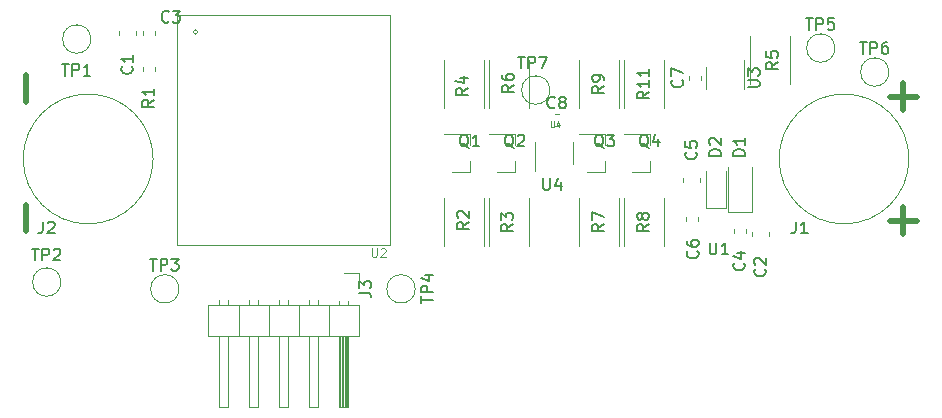
<source format=gto>
G04 #@! TF.GenerationSoftware,KiCad,Pcbnew,5.0.0-rc3-unknown-3df2743~65~ubuntu18.04.1*
G04 #@! TF.CreationDate,2018-07-04T11:38:03+02:00*
G04 #@! TF.ProjectId,ESP32-li-ion-cell-monitor,45535033322D6C692D696F6E2D63656C,1.0*
G04 #@! TF.SameCoordinates,Original*
G04 #@! TF.FileFunction,Legend,Top*
G04 #@! TF.FilePolarity,Positive*
%FSLAX46Y46*%
G04 Gerber Fmt 4.6, Leading zero omitted, Abs format (unit mm)*
G04 Created by KiCad (PCBNEW 5.0.0-rc3-unknown-3df2743~65~ubuntu18.04.1) date Wed Jul  4 11:38:03 2018*
%MOMM*%
%LPD*%
G01*
G04 APERTURE LIST*
%ADD10C,0.500000*%
%ADD11C,0.120000*%
%ADD12C,0.050000*%
%ADD13C,0.150000*%
%ADD14C,0.100000*%
%ADD15C,0.075000*%
G04 APERTURE END LIST*
D10*
X156714285Y-59142857D02*
X156714285Y-56857142D01*
X229857142Y-58714285D02*
X232142857Y-58714285D01*
X231000000Y-59857142D02*
X231000000Y-57571428D01*
X156714285Y-70142857D02*
X156714285Y-67857142D01*
X229857142Y-69214285D02*
X232142857Y-69214285D01*
X231000000Y-70357142D02*
X231000000Y-68071428D01*
D11*
G04 #@! TO.C,U3*
X217510000Y-58050000D02*
X217510000Y-55600000D01*
X214290000Y-56250000D02*
X214290000Y-58050000D01*
G04 #@! TO.C,J3*
X184912000Y-73660000D02*
X184912000Y-74930000D01*
X183642000Y-73660000D02*
X184912000Y-73660000D01*
X173102000Y-75972929D02*
X173102000Y-76370000D01*
X173862000Y-75972929D02*
X173862000Y-76370000D01*
X173102000Y-85030000D02*
X173102000Y-79030000D01*
X173862000Y-85030000D02*
X173102000Y-85030000D01*
X173862000Y-79030000D02*
X173862000Y-85030000D01*
X174752000Y-76370000D02*
X174752000Y-79030000D01*
X175642000Y-75972929D02*
X175642000Y-76370000D01*
X176402000Y-75972929D02*
X176402000Y-76370000D01*
X175642000Y-85030000D02*
X175642000Y-79030000D01*
X176402000Y-85030000D02*
X175642000Y-85030000D01*
X176402000Y-79030000D02*
X176402000Y-85030000D01*
X177292000Y-76370000D02*
X177292000Y-79030000D01*
X178182000Y-75972929D02*
X178182000Y-76370000D01*
X178942000Y-75972929D02*
X178942000Y-76370000D01*
X178182000Y-85030000D02*
X178182000Y-79030000D01*
X178942000Y-85030000D02*
X178182000Y-85030000D01*
X178942000Y-79030000D02*
X178942000Y-85030000D01*
X179832000Y-76370000D02*
X179832000Y-79030000D01*
X180722000Y-75972929D02*
X180722000Y-76370000D01*
X181482000Y-75972929D02*
X181482000Y-76370000D01*
X180722000Y-85030000D02*
X180722000Y-79030000D01*
X181482000Y-85030000D02*
X180722000Y-85030000D01*
X181482000Y-79030000D02*
X181482000Y-85030000D01*
X182372000Y-76370000D02*
X182372000Y-79030000D01*
X183262000Y-76040000D02*
X183262000Y-76370000D01*
X184022000Y-76040000D02*
X184022000Y-76370000D01*
X183362000Y-79030000D02*
X183362000Y-85030000D01*
X183482000Y-79030000D02*
X183482000Y-85030000D01*
X183602000Y-79030000D02*
X183602000Y-85030000D01*
X183722000Y-79030000D02*
X183722000Y-85030000D01*
X183842000Y-79030000D02*
X183842000Y-85030000D01*
X183962000Y-79030000D02*
X183962000Y-85030000D01*
X183262000Y-85030000D02*
X183262000Y-79030000D01*
X184022000Y-85030000D02*
X183262000Y-85030000D01*
X184022000Y-79030000D02*
X184022000Y-85030000D01*
X184972000Y-79030000D02*
X184972000Y-76370000D01*
X172152000Y-79030000D02*
X184972000Y-79030000D01*
X172152000Y-76370000D02*
X172152000Y-79030000D01*
X184972000Y-76370000D02*
X172152000Y-76370000D01*
D12*
G04 #@! TO.C,U2*
X187556000Y-71290000D02*
X169556000Y-71290000D01*
X187556000Y-51790000D02*
X187556000Y-71290000D01*
X169556000Y-51790000D02*
X187556000Y-51790000D01*
X169556000Y-71290000D02*
X169556000Y-51790000D01*
X171259605Y-53256000D02*
G75*
G03X171259605Y-53256000I-179605J0D01*
G01*
D11*
G04 #@! TO.C,U4*
X203032000Y-64400000D02*
X203032000Y-62600000D01*
X199812000Y-62600000D02*
X199812000Y-65050000D01*
G04 #@! TO.C,C1*
X166064000Y-53132017D02*
X166064000Y-53547983D01*
X164644000Y-53132017D02*
X164644000Y-53547983D01*
G04 #@! TO.C,C4*
X216660000Y-69941221D02*
X216660000Y-70266779D01*
X217680000Y-69941221D02*
X217680000Y-70266779D01*
G04 #@! TO.C,C5*
X212396000Y-65993983D02*
X212396000Y-65578017D01*
X213816000Y-65993983D02*
X213816000Y-65578017D01*
G04 #@! TO.C,C6*
X213616000Y-68925221D02*
X213616000Y-69250779D01*
X212596000Y-68925221D02*
X212596000Y-69250779D01*
G04 #@! TO.C,Q1*
X194308000Y-65080000D02*
X192848000Y-65080000D01*
X194308000Y-61920000D02*
X192148000Y-61920000D01*
X194308000Y-61920000D02*
X194308000Y-62850000D01*
X194308000Y-65080000D02*
X194308000Y-64150000D01*
G04 #@! TO.C,Q2*
X198118000Y-65080000D02*
X198118000Y-64150000D01*
X198118000Y-61920000D02*
X198118000Y-62850000D01*
X198118000Y-61920000D02*
X195958000Y-61920000D01*
X198118000Y-65080000D02*
X196658000Y-65080000D01*
G04 #@! TO.C,Q3*
X205738000Y-65080000D02*
X205738000Y-64150000D01*
X205738000Y-61920000D02*
X205738000Y-62850000D01*
X205738000Y-61920000D02*
X203578000Y-61920000D01*
X205738000Y-65080000D02*
X204278000Y-65080000D01*
G04 #@! TO.C,Q4*
X209548000Y-65080000D02*
X208088000Y-65080000D01*
X209548000Y-61920000D02*
X207388000Y-61920000D01*
X209548000Y-61920000D02*
X209548000Y-62850000D01*
X209548000Y-65080000D02*
X209548000Y-64150000D01*
G04 #@! TO.C,TP1*
X162236000Y-53848000D02*
G75*
G03X162236000Y-53848000I-1200000J0D01*
G01*
G04 #@! TO.C,TP2*
X159696000Y-74422000D02*
G75*
G03X159696000Y-74422000I-1200000J0D01*
G01*
G04 #@! TO.C,TP3*
X169692000Y-75000000D02*
G75*
G03X169692000Y-75000000I-1200000J0D01*
G01*
G04 #@! TO.C,TP4*
X189692000Y-75000000D02*
G75*
G03X189692000Y-75000000I-1200000J0D01*
G01*
G04 #@! TO.C,TP5*
X225228000Y-54610000D02*
G75*
G03X225228000Y-54610000I-1200000J0D01*
G01*
G04 #@! TO.C,TP6*
X229800000Y-56642000D02*
G75*
G03X229800000Y-56642000I-1200000J0D01*
G01*
G04 #@! TO.C,TP7*
X201098000Y-58166000D02*
G75*
G03X201098000Y-58166000I-1200000J0D01*
G01*
G04 #@! TO.C,C2*
X219658000Y-70150017D02*
X219658000Y-70565983D01*
X218238000Y-70150017D02*
X218238000Y-70565983D01*
G04 #@! TO.C,C3*
X167642000Y-53177221D02*
X167642000Y-53502779D01*
X166622000Y-53177221D02*
X166622000Y-53502779D01*
G04 #@! TO.C,R1*
X166622000Y-56550779D02*
X166622000Y-56225221D01*
X167642000Y-56550779D02*
X167642000Y-56225221D01*
G04 #@! TO.C,C7*
X212850000Y-57312779D02*
X212850000Y-56987221D01*
X213870000Y-57312779D02*
X213870000Y-56987221D01*
G04 #@! TO.C,C8*
X201513221Y-61216000D02*
X201838779Y-61216000D01*
X201513221Y-60196000D02*
X201838779Y-60196000D01*
G04 #@! TO.C,D1*
X216170000Y-68494000D02*
X218170000Y-68494000D01*
X218170000Y-68494000D02*
X218170000Y-64644000D01*
X216170000Y-68494000D02*
X216170000Y-64644000D01*
G04 #@! TO.C,D2*
X214288000Y-68194000D02*
X215988000Y-68194000D01*
X215988000Y-68194000D02*
X215988000Y-65044000D01*
X214288000Y-68194000D02*
X214288000Y-65044000D01*
G04 #@! TO.C,R2*
X192092000Y-71394064D02*
X192092000Y-67289936D01*
X195512000Y-71394064D02*
X195512000Y-67289936D01*
G04 #@! TO.C,R3*
X199322000Y-71394064D02*
X199322000Y-67289936D01*
X195902000Y-71394064D02*
X195902000Y-67289936D01*
G04 #@! TO.C,R4*
X195512000Y-55605936D02*
X195512000Y-59710064D01*
X192092000Y-55605936D02*
X192092000Y-59710064D01*
G04 #@! TO.C,R5*
X218000000Y-53573936D02*
X218000000Y-57678064D01*
X221420000Y-53573936D02*
X221420000Y-57678064D01*
G04 #@! TO.C,R6*
X195902000Y-55605936D02*
X195902000Y-59710064D01*
X199322000Y-55605936D02*
X199322000Y-59710064D01*
G04 #@! TO.C,R7*
X206942000Y-71394064D02*
X206942000Y-67289936D01*
X203522000Y-71394064D02*
X203522000Y-67289936D01*
G04 #@! TO.C,R8*
X210752000Y-71394064D02*
X210752000Y-67289936D01*
X207332000Y-71394064D02*
X207332000Y-67289936D01*
G04 #@! TO.C,R9*
X206942000Y-55605936D02*
X206942000Y-59710064D01*
X203522000Y-55605936D02*
X203522000Y-59710064D01*
G04 #@! TO.C,R11*
X210752000Y-55605936D02*
X210752000Y-59710064D01*
X207332000Y-55605936D02*
X207332000Y-59710064D01*
G04 #@! TO.C,J1*
X231500000Y-64000000D02*
G75*
G03X231500000Y-64000000I-5500000J0D01*
G01*
G04 #@! TO.C,J2*
X167500000Y-64000000D02*
G75*
G03X167500000Y-64000000I-5500000J0D01*
G01*
G04 #@! TO.C,U1*
D13*
X214630095Y-71080380D02*
X214630095Y-71889904D01*
X214677714Y-71985142D01*
X214725333Y-72032761D01*
X214820571Y-72080380D01*
X215011047Y-72080380D01*
X215106285Y-72032761D01*
X215153904Y-71985142D01*
X215201523Y-71889904D01*
X215201523Y-71080380D01*
X216201523Y-72080380D02*
X215630095Y-72080380D01*
X215915809Y-72080380D02*
X215915809Y-71080380D01*
X215820571Y-71223238D01*
X215725333Y-71318476D01*
X215630095Y-71366095D01*
G04 #@! TO.C,U3*
X217852380Y-57911904D02*
X218661904Y-57911904D01*
X218757142Y-57864285D01*
X218804761Y-57816666D01*
X218852380Y-57721428D01*
X218852380Y-57530952D01*
X218804761Y-57435714D01*
X218757142Y-57388095D01*
X218661904Y-57340476D01*
X217852380Y-57340476D01*
X217852380Y-56959523D02*
X217852380Y-56340476D01*
X218233333Y-56673809D01*
X218233333Y-56530952D01*
X218280952Y-56435714D01*
X218328571Y-56388095D01*
X218423809Y-56340476D01*
X218661904Y-56340476D01*
X218757142Y-56388095D01*
X218804761Y-56435714D01*
X218852380Y-56530952D01*
X218852380Y-56816666D01*
X218804761Y-56911904D01*
X218757142Y-56959523D01*
G04 #@! TO.C,J3*
X184952380Y-75333333D02*
X185666666Y-75333333D01*
X185809523Y-75380952D01*
X185904761Y-75476190D01*
X185952380Y-75619047D01*
X185952380Y-75714285D01*
X184952380Y-74952380D02*
X184952380Y-74333333D01*
X185333333Y-74666666D01*
X185333333Y-74523809D01*
X185380952Y-74428571D01*
X185428571Y-74380952D01*
X185523809Y-74333333D01*
X185761904Y-74333333D01*
X185857142Y-74380952D01*
X185904761Y-74428571D01*
X185952380Y-74523809D01*
X185952380Y-74809523D01*
X185904761Y-74904761D01*
X185857142Y-74952380D01*
G04 #@! TO.C,U2*
D14*
X186023971Y-71563685D02*
X186023971Y-72170828D01*
X186059685Y-72242257D01*
X186095400Y-72277971D01*
X186166828Y-72313685D01*
X186309685Y-72313685D01*
X186381114Y-72277971D01*
X186416828Y-72242257D01*
X186452542Y-72170828D01*
X186452542Y-71563685D01*
X186773971Y-71635114D02*
X186809685Y-71599400D01*
X186881114Y-71563685D01*
X187059685Y-71563685D01*
X187131114Y-71599400D01*
X187166828Y-71635114D01*
X187202542Y-71706542D01*
X187202542Y-71777971D01*
X187166828Y-71885114D01*
X186738257Y-72313685D01*
X187202542Y-72313685D01*
G04 #@! TO.C,U4*
D13*
X200533095Y-65619380D02*
X200533095Y-66428904D01*
X200580714Y-66524142D01*
X200628333Y-66571761D01*
X200723571Y-66619380D01*
X200914047Y-66619380D01*
X201009285Y-66571761D01*
X201056904Y-66524142D01*
X201104523Y-66428904D01*
X201104523Y-65619380D01*
X202009285Y-65952714D02*
X202009285Y-66619380D01*
X201771190Y-65571761D02*
X201533095Y-66286047D01*
X202152142Y-66286047D01*
D15*
X201168047Y-60813190D02*
X201168047Y-61217952D01*
X201191857Y-61265571D01*
X201215666Y-61289380D01*
X201263285Y-61313190D01*
X201358523Y-61313190D01*
X201406142Y-61289380D01*
X201429952Y-61265571D01*
X201453761Y-61217952D01*
X201453761Y-60813190D01*
X201906142Y-60979857D02*
X201906142Y-61313190D01*
X201787095Y-60789380D02*
X201668047Y-61146523D01*
X201977571Y-61146523D01*
G04 #@! TO.C,C1*
D13*
X165711142Y-56166666D02*
X165758761Y-56214285D01*
X165806380Y-56357142D01*
X165806380Y-56452380D01*
X165758761Y-56595238D01*
X165663523Y-56690476D01*
X165568285Y-56738095D01*
X165377809Y-56785714D01*
X165234952Y-56785714D01*
X165044476Y-56738095D01*
X164949238Y-56690476D01*
X164854000Y-56595238D01*
X164806380Y-56452380D01*
X164806380Y-56357142D01*
X164854000Y-56214285D01*
X164901619Y-56166666D01*
X165806380Y-55214285D02*
X165806380Y-55785714D01*
X165806380Y-55500000D02*
X164806380Y-55500000D01*
X164949238Y-55595238D01*
X165044476Y-55690476D01*
X165092095Y-55785714D01*
G04 #@! TO.C,C4*
X217527142Y-72810666D02*
X217574761Y-72858285D01*
X217622380Y-73001142D01*
X217622380Y-73096380D01*
X217574761Y-73239238D01*
X217479523Y-73334476D01*
X217384285Y-73382095D01*
X217193809Y-73429714D01*
X217050952Y-73429714D01*
X216860476Y-73382095D01*
X216765238Y-73334476D01*
X216670000Y-73239238D01*
X216622380Y-73096380D01*
X216622380Y-73001142D01*
X216670000Y-72858285D01*
X216717619Y-72810666D01*
X216955714Y-71953523D02*
X217622380Y-71953523D01*
X216574761Y-72191619D02*
X217289047Y-72429714D01*
X217289047Y-71810666D01*
G04 #@! TO.C,C5*
X213463142Y-63412666D02*
X213510761Y-63460285D01*
X213558380Y-63603142D01*
X213558380Y-63698380D01*
X213510761Y-63841238D01*
X213415523Y-63936476D01*
X213320285Y-63984095D01*
X213129809Y-64031714D01*
X212986952Y-64031714D01*
X212796476Y-63984095D01*
X212701238Y-63936476D01*
X212606000Y-63841238D01*
X212558380Y-63698380D01*
X212558380Y-63603142D01*
X212606000Y-63460285D01*
X212653619Y-63412666D01*
X212558380Y-62507904D02*
X212558380Y-62984095D01*
X213034571Y-63031714D01*
X212986952Y-62984095D01*
X212939333Y-62888857D01*
X212939333Y-62650761D01*
X212986952Y-62555523D01*
X213034571Y-62507904D01*
X213129809Y-62460285D01*
X213367904Y-62460285D01*
X213463142Y-62507904D01*
X213510761Y-62555523D01*
X213558380Y-62650761D01*
X213558380Y-62888857D01*
X213510761Y-62984095D01*
X213463142Y-63031714D01*
G04 #@! TO.C,C6*
X213590142Y-71794666D02*
X213637761Y-71842285D01*
X213685380Y-71985142D01*
X213685380Y-72080380D01*
X213637761Y-72223238D01*
X213542523Y-72318476D01*
X213447285Y-72366095D01*
X213256809Y-72413714D01*
X213113952Y-72413714D01*
X212923476Y-72366095D01*
X212828238Y-72318476D01*
X212733000Y-72223238D01*
X212685380Y-72080380D01*
X212685380Y-71985142D01*
X212733000Y-71842285D01*
X212780619Y-71794666D01*
X212685380Y-70937523D02*
X212685380Y-71128000D01*
X212733000Y-71223238D01*
X212780619Y-71270857D01*
X212923476Y-71366095D01*
X213113952Y-71413714D01*
X213494904Y-71413714D01*
X213590142Y-71366095D01*
X213637761Y-71318476D01*
X213685380Y-71223238D01*
X213685380Y-71032761D01*
X213637761Y-70937523D01*
X213590142Y-70889904D01*
X213494904Y-70842285D01*
X213256809Y-70842285D01*
X213161571Y-70889904D01*
X213113952Y-70937523D01*
X213066333Y-71032761D01*
X213066333Y-71223238D01*
X213113952Y-71318476D01*
X213161571Y-71366095D01*
X213256809Y-71413714D01*
G04 #@! TO.C,Q1*
X194214761Y-63031619D02*
X194119523Y-62984000D01*
X194024285Y-62888761D01*
X193881428Y-62745904D01*
X193786190Y-62698285D01*
X193690952Y-62698285D01*
X193738571Y-62936380D02*
X193643333Y-62888761D01*
X193548095Y-62793523D01*
X193500476Y-62603047D01*
X193500476Y-62269714D01*
X193548095Y-62079238D01*
X193643333Y-61984000D01*
X193738571Y-61936380D01*
X193929047Y-61936380D01*
X194024285Y-61984000D01*
X194119523Y-62079238D01*
X194167142Y-62269714D01*
X194167142Y-62603047D01*
X194119523Y-62793523D01*
X194024285Y-62888761D01*
X193929047Y-62936380D01*
X193738571Y-62936380D01*
X195119523Y-62936380D02*
X194548095Y-62936380D01*
X194833809Y-62936380D02*
X194833809Y-61936380D01*
X194738571Y-62079238D01*
X194643333Y-62174476D01*
X194548095Y-62222095D01*
G04 #@! TO.C,Q2*
X198024761Y-63031619D02*
X197929523Y-62984000D01*
X197834285Y-62888761D01*
X197691428Y-62745904D01*
X197596190Y-62698285D01*
X197500952Y-62698285D01*
X197548571Y-62936380D02*
X197453333Y-62888761D01*
X197358095Y-62793523D01*
X197310476Y-62603047D01*
X197310476Y-62269714D01*
X197358095Y-62079238D01*
X197453333Y-61984000D01*
X197548571Y-61936380D01*
X197739047Y-61936380D01*
X197834285Y-61984000D01*
X197929523Y-62079238D01*
X197977142Y-62269714D01*
X197977142Y-62603047D01*
X197929523Y-62793523D01*
X197834285Y-62888761D01*
X197739047Y-62936380D01*
X197548571Y-62936380D01*
X198358095Y-62031619D02*
X198405714Y-61984000D01*
X198500952Y-61936380D01*
X198739047Y-61936380D01*
X198834285Y-61984000D01*
X198881904Y-62031619D01*
X198929523Y-62126857D01*
X198929523Y-62222095D01*
X198881904Y-62364952D01*
X198310476Y-62936380D01*
X198929523Y-62936380D01*
G04 #@! TO.C,Q3*
X205644761Y-63031619D02*
X205549523Y-62984000D01*
X205454285Y-62888761D01*
X205311428Y-62745904D01*
X205216190Y-62698285D01*
X205120952Y-62698285D01*
X205168571Y-62936380D02*
X205073333Y-62888761D01*
X204978095Y-62793523D01*
X204930476Y-62603047D01*
X204930476Y-62269714D01*
X204978095Y-62079238D01*
X205073333Y-61984000D01*
X205168571Y-61936380D01*
X205359047Y-61936380D01*
X205454285Y-61984000D01*
X205549523Y-62079238D01*
X205597142Y-62269714D01*
X205597142Y-62603047D01*
X205549523Y-62793523D01*
X205454285Y-62888761D01*
X205359047Y-62936380D01*
X205168571Y-62936380D01*
X205930476Y-61936380D02*
X206549523Y-61936380D01*
X206216190Y-62317333D01*
X206359047Y-62317333D01*
X206454285Y-62364952D01*
X206501904Y-62412571D01*
X206549523Y-62507809D01*
X206549523Y-62745904D01*
X206501904Y-62841142D01*
X206454285Y-62888761D01*
X206359047Y-62936380D01*
X206073333Y-62936380D01*
X205978095Y-62888761D01*
X205930476Y-62841142D01*
G04 #@! TO.C,Q4*
X209454761Y-63031619D02*
X209359523Y-62984000D01*
X209264285Y-62888761D01*
X209121428Y-62745904D01*
X209026190Y-62698285D01*
X208930952Y-62698285D01*
X208978571Y-62936380D02*
X208883333Y-62888761D01*
X208788095Y-62793523D01*
X208740476Y-62603047D01*
X208740476Y-62269714D01*
X208788095Y-62079238D01*
X208883333Y-61984000D01*
X208978571Y-61936380D01*
X209169047Y-61936380D01*
X209264285Y-61984000D01*
X209359523Y-62079238D01*
X209407142Y-62269714D01*
X209407142Y-62603047D01*
X209359523Y-62793523D01*
X209264285Y-62888761D01*
X209169047Y-62936380D01*
X208978571Y-62936380D01*
X210264285Y-62269714D02*
X210264285Y-62936380D01*
X210026190Y-61888761D02*
X209788095Y-62603047D01*
X210407142Y-62603047D01*
G04 #@! TO.C,TP1*
X159774095Y-55952380D02*
X160345523Y-55952380D01*
X160059809Y-56952380D02*
X160059809Y-55952380D01*
X160678857Y-56952380D02*
X160678857Y-55952380D01*
X161059809Y-55952380D01*
X161155047Y-56000000D01*
X161202666Y-56047619D01*
X161250285Y-56142857D01*
X161250285Y-56285714D01*
X161202666Y-56380952D01*
X161155047Y-56428571D01*
X161059809Y-56476190D01*
X160678857Y-56476190D01*
X162202666Y-56952380D02*
X161631238Y-56952380D01*
X161916952Y-56952380D02*
X161916952Y-55952380D01*
X161821714Y-56095238D01*
X161726476Y-56190476D01*
X161631238Y-56238095D01*
G04 #@! TO.C,TP2*
X157234095Y-71588380D02*
X157805523Y-71588380D01*
X157519809Y-72588380D02*
X157519809Y-71588380D01*
X158138857Y-72588380D02*
X158138857Y-71588380D01*
X158519809Y-71588380D01*
X158615047Y-71636000D01*
X158662666Y-71683619D01*
X158710285Y-71778857D01*
X158710285Y-71921714D01*
X158662666Y-72016952D01*
X158615047Y-72064571D01*
X158519809Y-72112190D01*
X158138857Y-72112190D01*
X159091238Y-71683619D02*
X159138857Y-71636000D01*
X159234095Y-71588380D01*
X159472190Y-71588380D01*
X159567428Y-71636000D01*
X159615047Y-71683619D01*
X159662666Y-71778857D01*
X159662666Y-71874095D01*
X159615047Y-72016952D01*
X159043619Y-72588380D01*
X159662666Y-72588380D01*
G04 #@! TO.C,TP3*
X167230095Y-72454380D02*
X167801523Y-72454380D01*
X167515809Y-73454380D02*
X167515809Y-72454380D01*
X168134857Y-73454380D02*
X168134857Y-72454380D01*
X168515809Y-72454380D01*
X168611047Y-72502000D01*
X168658666Y-72549619D01*
X168706285Y-72644857D01*
X168706285Y-72787714D01*
X168658666Y-72882952D01*
X168611047Y-72930571D01*
X168515809Y-72978190D01*
X168134857Y-72978190D01*
X169039619Y-72454380D02*
X169658666Y-72454380D01*
X169325333Y-72835333D01*
X169468190Y-72835333D01*
X169563428Y-72882952D01*
X169611047Y-72930571D01*
X169658666Y-73025809D01*
X169658666Y-73263904D01*
X169611047Y-73359142D01*
X169563428Y-73406761D01*
X169468190Y-73454380D01*
X169182476Y-73454380D01*
X169087238Y-73406761D01*
X169039619Y-73359142D01*
G04 #@! TO.C,TP4*
X190206380Y-76191904D02*
X190206380Y-75620476D01*
X191206380Y-75906190D02*
X190206380Y-75906190D01*
X191206380Y-75287142D02*
X190206380Y-75287142D01*
X190206380Y-74906190D01*
X190254000Y-74810952D01*
X190301619Y-74763333D01*
X190396857Y-74715714D01*
X190539714Y-74715714D01*
X190634952Y-74763333D01*
X190682571Y-74810952D01*
X190730190Y-74906190D01*
X190730190Y-75287142D01*
X190539714Y-73858571D02*
X191206380Y-73858571D01*
X190158761Y-74096666D02*
X190873047Y-74334761D01*
X190873047Y-73715714D01*
G04 #@! TO.C,TP5*
X222766095Y-52064380D02*
X223337523Y-52064380D01*
X223051809Y-53064380D02*
X223051809Y-52064380D01*
X223670857Y-53064380D02*
X223670857Y-52064380D01*
X224051809Y-52064380D01*
X224147047Y-52112000D01*
X224194666Y-52159619D01*
X224242285Y-52254857D01*
X224242285Y-52397714D01*
X224194666Y-52492952D01*
X224147047Y-52540571D01*
X224051809Y-52588190D01*
X223670857Y-52588190D01*
X225147047Y-52064380D02*
X224670857Y-52064380D01*
X224623238Y-52540571D01*
X224670857Y-52492952D01*
X224766095Y-52445333D01*
X225004190Y-52445333D01*
X225099428Y-52492952D01*
X225147047Y-52540571D01*
X225194666Y-52635809D01*
X225194666Y-52873904D01*
X225147047Y-52969142D01*
X225099428Y-53016761D01*
X225004190Y-53064380D01*
X224766095Y-53064380D01*
X224670857Y-53016761D01*
X224623238Y-52969142D01*
G04 #@! TO.C,TP6*
X227338095Y-54096380D02*
X227909523Y-54096380D01*
X227623809Y-55096380D02*
X227623809Y-54096380D01*
X228242857Y-55096380D02*
X228242857Y-54096380D01*
X228623809Y-54096380D01*
X228719047Y-54144000D01*
X228766666Y-54191619D01*
X228814285Y-54286857D01*
X228814285Y-54429714D01*
X228766666Y-54524952D01*
X228719047Y-54572571D01*
X228623809Y-54620190D01*
X228242857Y-54620190D01*
X229671428Y-54096380D02*
X229480952Y-54096380D01*
X229385714Y-54144000D01*
X229338095Y-54191619D01*
X229242857Y-54334476D01*
X229195238Y-54524952D01*
X229195238Y-54905904D01*
X229242857Y-55001142D01*
X229290476Y-55048761D01*
X229385714Y-55096380D01*
X229576190Y-55096380D01*
X229671428Y-55048761D01*
X229719047Y-55001142D01*
X229766666Y-54905904D01*
X229766666Y-54667809D01*
X229719047Y-54572571D01*
X229671428Y-54524952D01*
X229576190Y-54477333D01*
X229385714Y-54477333D01*
X229290476Y-54524952D01*
X229242857Y-54572571D01*
X229195238Y-54667809D01*
G04 #@! TO.C,TP7*
X198382095Y-55332380D02*
X198953523Y-55332380D01*
X198667809Y-56332380D02*
X198667809Y-55332380D01*
X199286857Y-56332380D02*
X199286857Y-55332380D01*
X199667809Y-55332380D01*
X199763047Y-55380000D01*
X199810666Y-55427619D01*
X199858285Y-55522857D01*
X199858285Y-55665714D01*
X199810666Y-55760952D01*
X199763047Y-55808571D01*
X199667809Y-55856190D01*
X199286857Y-55856190D01*
X200191619Y-55332380D02*
X200858285Y-55332380D01*
X200429714Y-56332380D01*
G04 #@! TO.C,C2*
X219305142Y-73318666D02*
X219352761Y-73366285D01*
X219400380Y-73509142D01*
X219400380Y-73604380D01*
X219352761Y-73747238D01*
X219257523Y-73842476D01*
X219162285Y-73890095D01*
X218971809Y-73937714D01*
X218828952Y-73937714D01*
X218638476Y-73890095D01*
X218543238Y-73842476D01*
X218448000Y-73747238D01*
X218400380Y-73604380D01*
X218400380Y-73509142D01*
X218448000Y-73366285D01*
X218495619Y-73318666D01*
X218495619Y-72937714D02*
X218448000Y-72890095D01*
X218400380Y-72794857D01*
X218400380Y-72556761D01*
X218448000Y-72461523D01*
X218495619Y-72413904D01*
X218590857Y-72366285D01*
X218686095Y-72366285D01*
X218828952Y-72413904D01*
X219400380Y-72985333D01*
X219400380Y-72366285D01*
G04 #@! TO.C,C3*
X168833333Y-52357142D02*
X168785714Y-52404761D01*
X168642857Y-52452380D01*
X168547619Y-52452380D01*
X168404761Y-52404761D01*
X168309523Y-52309523D01*
X168261904Y-52214285D01*
X168214285Y-52023809D01*
X168214285Y-51880952D01*
X168261904Y-51690476D01*
X168309523Y-51595238D01*
X168404761Y-51500000D01*
X168547619Y-51452380D01*
X168642857Y-51452380D01*
X168785714Y-51500000D01*
X168833333Y-51547619D01*
X169166666Y-51452380D02*
X169785714Y-51452380D01*
X169452380Y-51833333D01*
X169595238Y-51833333D01*
X169690476Y-51880952D01*
X169738095Y-51928571D01*
X169785714Y-52023809D01*
X169785714Y-52261904D01*
X169738095Y-52357142D01*
X169690476Y-52404761D01*
X169595238Y-52452380D01*
X169309523Y-52452380D01*
X169214285Y-52404761D01*
X169166666Y-52357142D01*
G04 #@! TO.C,R1*
X167584380Y-58993166D02*
X167108190Y-59326500D01*
X167584380Y-59564595D02*
X166584380Y-59564595D01*
X166584380Y-59183642D01*
X166632000Y-59088404D01*
X166679619Y-59040785D01*
X166774857Y-58993166D01*
X166917714Y-58993166D01*
X167012952Y-59040785D01*
X167060571Y-59088404D01*
X167108190Y-59183642D01*
X167108190Y-59564595D01*
X167584380Y-58040785D02*
X167584380Y-58612214D01*
X167584380Y-58326500D02*
X166584380Y-58326500D01*
X166727238Y-58421738D01*
X166822476Y-58516976D01*
X166870095Y-58612214D01*
G04 #@! TO.C,C7*
X212287142Y-57316666D02*
X212334761Y-57364285D01*
X212382380Y-57507142D01*
X212382380Y-57602380D01*
X212334761Y-57745238D01*
X212239523Y-57840476D01*
X212144285Y-57888095D01*
X211953809Y-57935714D01*
X211810952Y-57935714D01*
X211620476Y-57888095D01*
X211525238Y-57840476D01*
X211430000Y-57745238D01*
X211382380Y-57602380D01*
X211382380Y-57507142D01*
X211430000Y-57364285D01*
X211477619Y-57316666D01*
X211382380Y-56983333D02*
X211382380Y-56316666D01*
X212382380Y-56745238D01*
G04 #@! TO.C,C8*
X201509333Y-59633142D02*
X201461714Y-59680761D01*
X201318857Y-59728380D01*
X201223619Y-59728380D01*
X201080761Y-59680761D01*
X200985523Y-59585523D01*
X200937904Y-59490285D01*
X200890285Y-59299809D01*
X200890285Y-59156952D01*
X200937904Y-58966476D01*
X200985523Y-58871238D01*
X201080761Y-58776000D01*
X201223619Y-58728380D01*
X201318857Y-58728380D01*
X201461714Y-58776000D01*
X201509333Y-58823619D01*
X202080761Y-59156952D02*
X201985523Y-59109333D01*
X201937904Y-59061714D01*
X201890285Y-58966476D01*
X201890285Y-58918857D01*
X201937904Y-58823619D01*
X201985523Y-58776000D01*
X202080761Y-58728380D01*
X202271238Y-58728380D01*
X202366476Y-58776000D01*
X202414095Y-58823619D01*
X202461714Y-58918857D01*
X202461714Y-58966476D01*
X202414095Y-59061714D01*
X202366476Y-59109333D01*
X202271238Y-59156952D01*
X202080761Y-59156952D01*
X201985523Y-59204571D01*
X201937904Y-59252190D01*
X201890285Y-59347428D01*
X201890285Y-59537904D01*
X201937904Y-59633142D01*
X201985523Y-59680761D01*
X202080761Y-59728380D01*
X202271238Y-59728380D01*
X202366476Y-59680761D01*
X202414095Y-59633142D01*
X202461714Y-59537904D01*
X202461714Y-59347428D01*
X202414095Y-59252190D01*
X202366476Y-59204571D01*
X202271238Y-59156952D01*
G04 #@! TO.C,D1*
X217622380Y-63730095D02*
X216622380Y-63730095D01*
X216622380Y-63492000D01*
X216670000Y-63349142D01*
X216765238Y-63253904D01*
X216860476Y-63206285D01*
X217050952Y-63158666D01*
X217193809Y-63158666D01*
X217384285Y-63206285D01*
X217479523Y-63253904D01*
X217574761Y-63349142D01*
X217622380Y-63492000D01*
X217622380Y-63730095D01*
X217622380Y-62206285D02*
X217622380Y-62777714D01*
X217622380Y-62492000D02*
X216622380Y-62492000D01*
X216765238Y-62587238D01*
X216860476Y-62682476D01*
X216908095Y-62777714D01*
G04 #@! TO.C,D2*
X215590380Y-63730095D02*
X214590380Y-63730095D01*
X214590380Y-63492000D01*
X214638000Y-63349142D01*
X214733238Y-63253904D01*
X214828476Y-63206285D01*
X215018952Y-63158666D01*
X215161809Y-63158666D01*
X215352285Y-63206285D01*
X215447523Y-63253904D01*
X215542761Y-63349142D01*
X215590380Y-63492000D01*
X215590380Y-63730095D01*
X214685619Y-62777714D02*
X214638000Y-62730095D01*
X214590380Y-62634857D01*
X214590380Y-62396761D01*
X214638000Y-62301523D01*
X214685619Y-62253904D01*
X214780857Y-62206285D01*
X214876095Y-62206285D01*
X215018952Y-62253904D01*
X215590380Y-62825333D01*
X215590380Y-62206285D01*
G04 #@! TO.C,R2*
X194232380Y-69342666D02*
X193756190Y-69676000D01*
X194232380Y-69914095D02*
X193232380Y-69914095D01*
X193232380Y-69533142D01*
X193280000Y-69437904D01*
X193327619Y-69390285D01*
X193422857Y-69342666D01*
X193565714Y-69342666D01*
X193660952Y-69390285D01*
X193708571Y-69437904D01*
X193756190Y-69533142D01*
X193756190Y-69914095D01*
X193327619Y-68961714D02*
X193280000Y-68914095D01*
X193232380Y-68818857D01*
X193232380Y-68580761D01*
X193280000Y-68485523D01*
X193327619Y-68437904D01*
X193422857Y-68390285D01*
X193518095Y-68390285D01*
X193660952Y-68437904D01*
X194232380Y-69009333D01*
X194232380Y-68390285D01*
G04 #@! TO.C,R3*
X197978380Y-69508666D02*
X197502190Y-69842000D01*
X197978380Y-70080095D02*
X196978380Y-70080095D01*
X196978380Y-69699142D01*
X197026000Y-69603904D01*
X197073619Y-69556285D01*
X197168857Y-69508666D01*
X197311714Y-69508666D01*
X197406952Y-69556285D01*
X197454571Y-69603904D01*
X197502190Y-69699142D01*
X197502190Y-70080095D01*
X196978380Y-69175333D02*
X196978380Y-68556285D01*
X197359333Y-68889619D01*
X197359333Y-68746761D01*
X197406952Y-68651523D01*
X197454571Y-68603904D01*
X197549809Y-68556285D01*
X197787904Y-68556285D01*
X197883142Y-68603904D01*
X197930761Y-68651523D01*
X197978380Y-68746761D01*
X197978380Y-69032476D01*
X197930761Y-69127714D01*
X197883142Y-69175333D01*
G04 #@! TO.C,R4*
X194150380Y-57990666D02*
X193674190Y-58324000D01*
X194150380Y-58562095D02*
X193150380Y-58562095D01*
X193150380Y-58181142D01*
X193198000Y-58085904D01*
X193245619Y-58038285D01*
X193340857Y-57990666D01*
X193483714Y-57990666D01*
X193578952Y-58038285D01*
X193626571Y-58085904D01*
X193674190Y-58181142D01*
X193674190Y-58562095D01*
X193483714Y-57133523D02*
X194150380Y-57133523D01*
X193102761Y-57371619D02*
X193817047Y-57609714D01*
X193817047Y-56990666D01*
G04 #@! TO.C,R5*
X220416380Y-55792666D02*
X219940190Y-56126000D01*
X220416380Y-56364095D02*
X219416380Y-56364095D01*
X219416380Y-55983142D01*
X219464000Y-55887904D01*
X219511619Y-55840285D01*
X219606857Y-55792666D01*
X219749714Y-55792666D01*
X219844952Y-55840285D01*
X219892571Y-55887904D01*
X219940190Y-55983142D01*
X219940190Y-56364095D01*
X219416380Y-54887904D02*
X219416380Y-55364095D01*
X219892571Y-55411714D01*
X219844952Y-55364095D01*
X219797333Y-55268857D01*
X219797333Y-55030761D01*
X219844952Y-54935523D01*
X219892571Y-54887904D01*
X219987809Y-54840285D01*
X220225904Y-54840285D01*
X220321142Y-54887904D01*
X220368761Y-54935523D01*
X220416380Y-55030761D01*
X220416380Y-55268857D01*
X220368761Y-55364095D01*
X220321142Y-55411714D01*
G04 #@! TO.C,R6*
X198024380Y-57736666D02*
X197548190Y-58070000D01*
X198024380Y-58308095D02*
X197024380Y-58308095D01*
X197024380Y-57927142D01*
X197072000Y-57831904D01*
X197119619Y-57784285D01*
X197214857Y-57736666D01*
X197357714Y-57736666D01*
X197452952Y-57784285D01*
X197500571Y-57831904D01*
X197548190Y-57927142D01*
X197548190Y-58308095D01*
X197024380Y-56879523D02*
X197024380Y-57070000D01*
X197072000Y-57165238D01*
X197119619Y-57212857D01*
X197262476Y-57308095D01*
X197452952Y-57355714D01*
X197833904Y-57355714D01*
X197929142Y-57308095D01*
X197976761Y-57260476D01*
X198024380Y-57165238D01*
X198024380Y-56974761D01*
X197976761Y-56879523D01*
X197929142Y-56831904D01*
X197833904Y-56784285D01*
X197595809Y-56784285D01*
X197500571Y-56831904D01*
X197452952Y-56879523D01*
X197405333Y-56974761D01*
X197405333Y-57165238D01*
X197452952Y-57260476D01*
X197500571Y-57308095D01*
X197595809Y-57355714D01*
G04 #@! TO.C,R7*
X205684380Y-69508666D02*
X205208190Y-69842000D01*
X205684380Y-70080095D02*
X204684380Y-70080095D01*
X204684380Y-69699142D01*
X204732000Y-69603904D01*
X204779619Y-69556285D01*
X204874857Y-69508666D01*
X205017714Y-69508666D01*
X205112952Y-69556285D01*
X205160571Y-69603904D01*
X205208190Y-69699142D01*
X205208190Y-70080095D01*
X204684380Y-69175333D02*
X204684380Y-68508666D01*
X205684380Y-68937238D01*
G04 #@! TO.C,R8*
X209494380Y-69508666D02*
X209018190Y-69842000D01*
X209494380Y-70080095D02*
X208494380Y-70080095D01*
X208494380Y-69699142D01*
X208542000Y-69603904D01*
X208589619Y-69556285D01*
X208684857Y-69508666D01*
X208827714Y-69508666D01*
X208922952Y-69556285D01*
X208970571Y-69603904D01*
X209018190Y-69699142D01*
X209018190Y-70080095D01*
X208922952Y-68937238D02*
X208875333Y-69032476D01*
X208827714Y-69080095D01*
X208732476Y-69127714D01*
X208684857Y-69127714D01*
X208589619Y-69080095D01*
X208542000Y-69032476D01*
X208494380Y-68937238D01*
X208494380Y-68746761D01*
X208542000Y-68651523D01*
X208589619Y-68603904D01*
X208684857Y-68556285D01*
X208732476Y-68556285D01*
X208827714Y-68603904D01*
X208875333Y-68651523D01*
X208922952Y-68746761D01*
X208922952Y-68937238D01*
X208970571Y-69032476D01*
X209018190Y-69080095D01*
X209113428Y-69127714D01*
X209303904Y-69127714D01*
X209399142Y-69080095D01*
X209446761Y-69032476D01*
X209494380Y-68937238D01*
X209494380Y-68746761D01*
X209446761Y-68651523D01*
X209399142Y-68603904D01*
X209303904Y-68556285D01*
X209113428Y-68556285D01*
X209018190Y-68603904D01*
X208970571Y-68651523D01*
X208922952Y-68746761D01*
G04 #@! TO.C,R9*
X205684380Y-57824666D02*
X205208190Y-58158000D01*
X205684380Y-58396095D02*
X204684380Y-58396095D01*
X204684380Y-58015142D01*
X204732000Y-57919904D01*
X204779619Y-57872285D01*
X204874857Y-57824666D01*
X205017714Y-57824666D01*
X205112952Y-57872285D01*
X205160571Y-57919904D01*
X205208190Y-58015142D01*
X205208190Y-58396095D01*
X205684380Y-57348476D02*
X205684380Y-57158000D01*
X205636761Y-57062761D01*
X205589142Y-57015142D01*
X205446285Y-56919904D01*
X205255809Y-56872285D01*
X204874857Y-56872285D01*
X204779619Y-56919904D01*
X204732000Y-56967523D01*
X204684380Y-57062761D01*
X204684380Y-57253238D01*
X204732000Y-57348476D01*
X204779619Y-57396095D01*
X204874857Y-57443714D01*
X205112952Y-57443714D01*
X205208190Y-57396095D01*
X205255809Y-57348476D01*
X205303428Y-57253238D01*
X205303428Y-57062761D01*
X205255809Y-56967523D01*
X205208190Y-56919904D01*
X205112952Y-56872285D01*
G04 #@! TO.C,R11*
X209494380Y-58300857D02*
X209018190Y-58634190D01*
X209494380Y-58872285D02*
X208494380Y-58872285D01*
X208494380Y-58491333D01*
X208542000Y-58396095D01*
X208589619Y-58348476D01*
X208684857Y-58300857D01*
X208827714Y-58300857D01*
X208922952Y-58348476D01*
X208970571Y-58396095D01*
X209018190Y-58491333D01*
X209018190Y-58872285D01*
X209494380Y-57348476D02*
X209494380Y-57919904D01*
X209494380Y-57634190D02*
X208494380Y-57634190D01*
X208637238Y-57729428D01*
X208732476Y-57824666D01*
X208780095Y-57919904D01*
X209494380Y-56396095D02*
X209494380Y-56967523D01*
X209494380Y-56681809D02*
X208494380Y-56681809D01*
X208637238Y-56777047D01*
X208732476Y-56872285D01*
X208780095Y-56967523D01*
G04 #@! TO.C,J1*
X221916666Y-69302380D02*
X221916666Y-70016666D01*
X221869047Y-70159523D01*
X221773809Y-70254761D01*
X221630952Y-70302380D01*
X221535714Y-70302380D01*
X222916666Y-70302380D02*
X222345238Y-70302380D01*
X222630952Y-70302380D02*
X222630952Y-69302380D01*
X222535714Y-69445238D01*
X222440476Y-69540476D01*
X222345238Y-69588095D01*
G04 #@! TO.C,J2*
X158162666Y-69302380D02*
X158162666Y-70016666D01*
X158115047Y-70159523D01*
X158019809Y-70254761D01*
X157876952Y-70302380D01*
X157781714Y-70302380D01*
X158591238Y-69397619D02*
X158638857Y-69350000D01*
X158734095Y-69302380D01*
X158972190Y-69302380D01*
X159067428Y-69350000D01*
X159115047Y-69397619D01*
X159162666Y-69492857D01*
X159162666Y-69588095D01*
X159115047Y-69730952D01*
X158543619Y-70302380D01*
X159162666Y-70302380D01*
G04 #@! TD*
M02*

</source>
